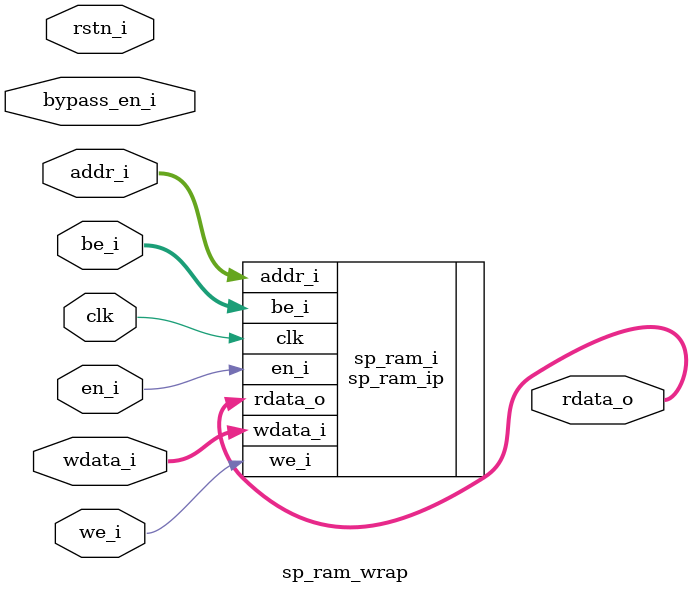
<source format=sv>

`include "config.sv"

module sp_ram_wrap
  #(
    parameter RAM_SIZE   = 32768,              // in bytes
    parameter ADDR_WIDTH = $clog2(RAM_SIZE),
    parameter DATA_WIDTH = 32
  )(
    // Clock and Reset
    input  logic                    clk,
    input  logic                    rstn_i,
    input  logic                    en_i,
    input  logic [ADDR_WIDTH-1:0]   addr_i,
    input  logic [DATA_WIDTH-1:0]   wdata_i,
    output logic [DATA_WIDTH-1:0]   rdata_o,
    input  logic                    we_i,
    input  logic [DATA_WIDTH/8-1:0] be_i,
    input  logic                    bypass_en_i
  );

`ifdef PULP_FPGA_EMUL
  xilinx_mem_8192x32
  sp_ram_i
  (
    .clka   ( clk                    ),
    .rsta   ( 1'b0                   ), // reset is active high

    .ena    ( en_i                   ),
    .addra  ( addr_i[ADDR_WIDTH-1:2] ),
    .dina   ( wdata_i                ),
    .douta  ( rdata_o                ),
    .wea    ( be_i & {4{we_i}}       )
  );

  // TODO: we should kill synthesis when the ram size is larger than what we
  // have here
/*
`elsif ASIC
   // RAM bypass logic
   logic [31:0] ram_out_int;
   // assign rdata_o = (bypass_en_i) ? wdata_i : ram_out_int;
   assign rdata_o = ram_out_int;

   sp_ram_bank
   #(
    .NUM_BANKS  ( RAM_SIZE/4096 ),
    .BANK_SIZE  ( 1024          )
   )
   sp_ram_bank_i
   (
    .clk_i   ( clk                     ),
    .rstn_i  ( rstn_i                  ),
    .en_i    ( en_i                    ),
    .addr_i  ( addr_i                  ),
    .wdata_i ( wdata_i                 ),
    .rdata_o ( ram_out_int             ),
    .we_i    ( (we_i & ~bypass_en_i)   ),
    .be_i    ( be_i                    )
   );
*/
`else
  sp_ram_ip
//sp_ram
  sp_ram_i
  (
    .clk     ( clk       ),

    .en_i    ( en_i      ),
    .addr_i  ( addr_i    ),
    .wdata_i ( wdata_i   ),
    .rdata_o ( rdata_o   ),
    .we_i    ( we_i      ),
    .be_i    ( be_i      )
  );
`endif

endmodule

</source>
